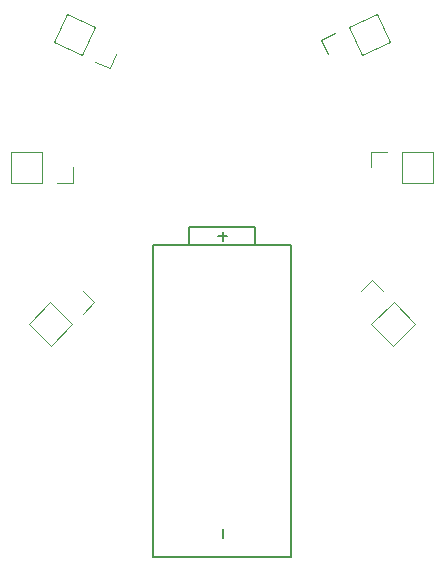
<source format=gbr>
From e55b89a5588fa95f8bbeac76e9181db4f5cc9a8d Mon Sep 17 00:00:00 2001
From: Blaise Thompson <blaise@untzag.com>
Date: Sun, 24 Oct 2021 20:50:41 -0500
Subject: initial commit

---
 gerber/dragonfly-B_SilkS.gbr | 116 +++++++++++++++++++++++++++++++++++++++++++
 1 file changed, 116 insertions(+)
 create mode 100644 gerber/dragonfly-B_SilkS.gbr

(limited to 'gerber/dragonfly-B_SilkS.gbr')

diff --git a/gerber/dragonfly-B_SilkS.gbr b/gerber/dragonfly-B_SilkS.gbr
new file mode 100644
index 0000000..6129be8
--- /dev/null
+++ b/gerber/dragonfly-B_SilkS.gbr
@@ -0,0 +1,116 @@
+%TF.GenerationSoftware,KiCad,Pcbnew,5.99.0+really5.1.10+dfsg1-1+b1*%
+%TF.CreationDate,2021-10-24T20:32:13-05:00*%
+%TF.ProjectId,dragonfly,64726167-6f6e-4666-9c79-2e6b69636164,A*%
+%TF.SameCoordinates,Original*%
+%TF.FileFunction,Legend,Bot*%
+%TF.FilePolarity,Positive*%
+%FSLAX46Y46*%
+G04 Gerber Fmt 4.6, Leading zero omitted, Abs format (unit mm)*
+G04 Created by KiCad (PCBNEW 5.99.0+really5.1.10+dfsg1-1+b1) date 2021-10-24 20:32:13*
+%MOMM*%
+%LPD*%
+G01*
+G04 APERTURE LIST*
+%ADD10C,0.150000*%
+%ADD11C,0.120000*%
+G04 APERTURE END LIST*
+D10*
+%TO.C,BT1*%
+X132842000Y-106680000D02*
+X121158000Y-106680000D01*
+X121158000Y-80264000D02*
+X132842000Y-80264000D01*
+X121158000Y-80264000D02*
+X121158000Y-106680000D01*
+X132842000Y-106680000D02*
+X132842000Y-80264000D01*
+X129794000Y-78740000D02*
+X129794000Y-80264000D01*
+X124206000Y-78740000D02*
+X129794000Y-78740000D01*
+X124206000Y-80264000D02*
+X124206000Y-78740000D01*
+D11*
+%TO.C,REF\u002A\u002A*%
+X112503949Y-88766955D02*
+X110623045Y-86886051D01*
+X114342426Y-86928478D02*
+X112503949Y-88766955D01*
+X112461522Y-85047574D02*
+X110623045Y-86886051D01*
+X114342426Y-86928478D02*
+X112461522Y-85047574D01*
+X115240452Y-86030452D02*
+X116180904Y-85090000D01*
+X116180904Y-85090000D02*
+X115240452Y-84149548D01*
+X109160000Y-74990000D02*
+X109160000Y-72330000D01*
+X111760000Y-74990000D02*
+X109160000Y-74990000D01*
+X111760000Y-72330000D02*
+X109160000Y-72330000D01*
+X111760000Y-74990000D02*
+X111760000Y-72330000D01*
+X113030000Y-74990000D02*
+X114360000Y-74990000D01*
+X114360000Y-74990000D02*
+X114360000Y-73660000D01*
+X112770507Y-63069857D02*
+X113894671Y-60659078D01*
+X115126907Y-64168664D02*
+X112770507Y-63069857D01*
+X116251071Y-61757885D02*
+X113894671Y-60659078D01*
+X115126907Y-64168664D02*
+X116251071Y-61757885D01*
+X116277918Y-64705389D02*
+X117483307Y-65267472D01*
+X117483307Y-65267472D02*
+X118045389Y-64062082D01*
+X143376955Y-86886051D02*
+X141496051Y-88766955D01*
+X141538478Y-85047574D02*
+X143376955Y-86886051D01*
+X139657574Y-86928478D02*
+X141496051Y-88766955D01*
+X141538478Y-85047574D02*
+X139657574Y-86928478D01*
+X140640452Y-84149548D02*
+X139700000Y-83209096D01*
+X139700000Y-83209096D02*
+X138759548Y-84149548D01*
+X144840000Y-72330000D02*
+X144840000Y-74990000D01*
+X142240000Y-72330000D02*
+X144840000Y-72330000D01*
+X142240000Y-74990000D02*
+X144840000Y-74990000D01*
+X142240000Y-72330000D02*
+X142240000Y-74990000D01*
+X140970000Y-72330000D02*
+X139640000Y-72330000D01*
+X139640000Y-72330000D02*
+X139640000Y-73660000D01*
+X140105329Y-60659078D02*
+X141229493Y-63069857D01*
+X137748929Y-61757885D02*
+X140105329Y-60659078D01*
+X138873093Y-64168664D02*
+X141229493Y-63069857D01*
+X137748929Y-61757885D02*
+X138873093Y-64168664D01*
+X136597918Y-62294611D02*
+X135392528Y-62856693D01*
+X135392528Y-62856693D02*
+X135954611Y-64062082D01*
+%TO.C,BT1*%
+D10*
+X127071428Y-79121047D02*
+X127071428Y-79882952D01*
+X127452380Y-79502000D02*
+X126690476Y-79502000D01*
+X127071428Y-104267047D02*
+X127071428Y-105028952D01*
+%TD*%
+M02*
-- 
cgit v1.2.3


</source>
